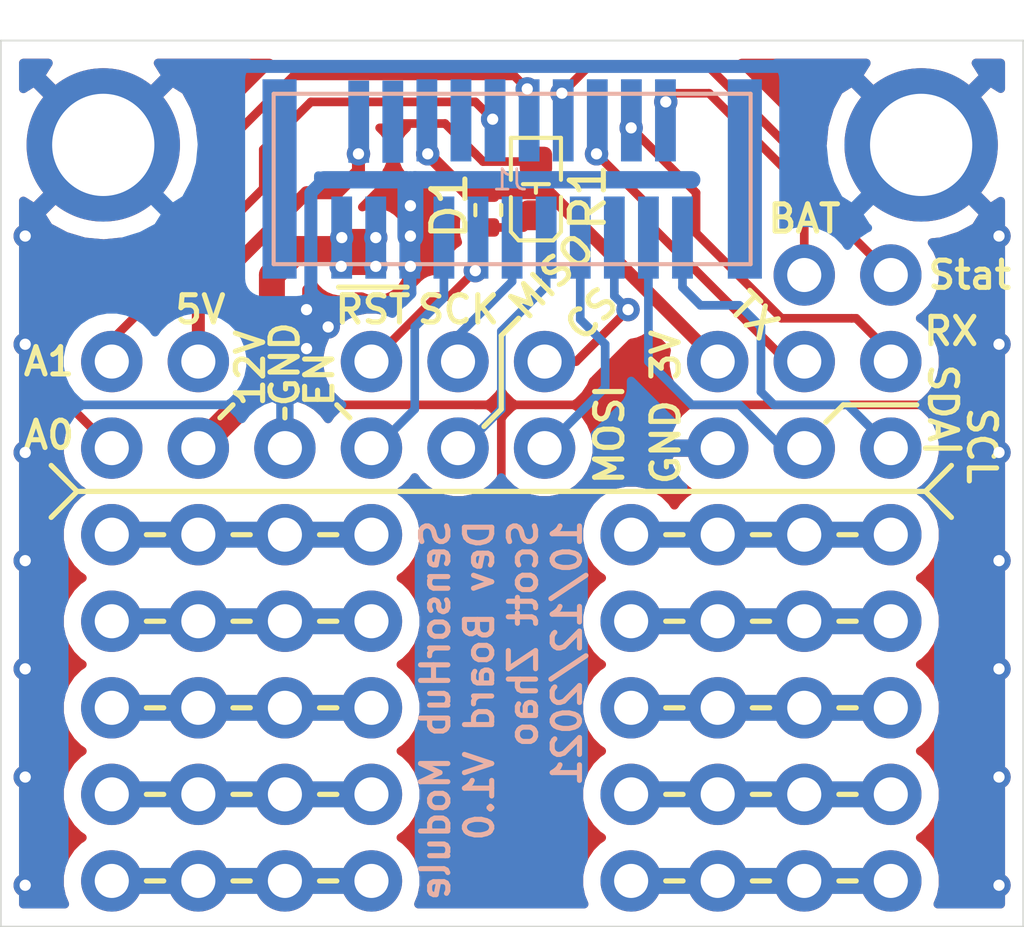
<source format=kicad_pcb>
(kicad_pcb (version 20211014) (generator pcbnew)
  (layers (0 "F.Cu" signal "Front") (31 "B.Cu" signal "Back") (34 "B.Paste" user) (35 "F.Paste" user) (36 "B.SilkS" user "B.Silkscreen") (37 "F.SilkS" user "F.Silkscreen") (38 "B.Mask" user) (39 "F.Mask" user) (44 "Edge.Cuts" user))
  (net 0 "")
  (net 1 "GND")
  (net 2 "/12V")
  (net 3 "/3V3")
  (net 4 "Net-(J2-Pad1)")
  (net 5 "Net-(J3-Pad1)")
  (net 6 "Net-(J4-Pad1)")
  (net 7 "Net-(J5-Pad1)")
  (net 8 "Net-(J6-Pad1)")
  (net 9 "Net-(J7-Pad1)")
  (net 10 "Net-(J8-Pad1)")
  (net 11 "Net-(J9-Pad1)")
  (net 12 "Net-(J10-Pad1)")
  (net 13 "Net-(J11-Pad1)")
  (net 14 "/~{RST}")
  (net 15 "/SCK")
  (net 16 "/MISO")
  (net 17 "/MOSI")
  (net 18 "/CS")
  (net 19 "/SDA")
  (net 20 "/SCL")
  (net 21 "/5V")
  (net 22 "/TX")
  (net 23 "/RX")
  (net 24 "/EN")
  (net 25 "/Status")
  (net 26 "/A0")
  (net 27 "/A1")
  (net 28 "/BAT")
  (net 29 "Net-(R1-Pad2)")
  (footprint "ICSL:M1502-B-2545-AL-TOP" (layer "F.Cu") (at 98.048 66.986)
    (fp_text reference "H1" hide)
    (fp_text value "GND" hide)
    (pad "1" thru_hole circle locked (at -3.048 -2.986) (size 4.5 4.5) (drill 3) (layers *.Cu *.Mask) (net 1 "GND"))
  )
  (footprint "ICSL:M1502-B-2545-AL-TOP" (layer "F.Cu") (at 119 64)
    (fp_text reference "H2" hide)
    (fp_text value "GND" hide)
    (pad "1" thru_hole circle locked (at 0 0) (size 4.5 4.5) (drill 3) (layers *.Cu *.Mask) (net 1 "GND"))
  )
  (footprint "ICSL:PinHeader_1x04_2.54mm_NoSilk" (layer "F.Cu") (at 110.49 75.438 90)
    (fp_text reference "J11" hide)
    (fp_text value "Conn_01x04" hide)
    (pad "1" thru_hole oval locked (at 0 0 90) (size 1.8 1.8) (drill 1) (layers *.Cu *.Mask) (net 13 "Net-(J11-Pad1)"))
    (pad "2" thru_hole oval locked (at 0 2.54 90) (size 1.8 1.8) (drill 1) (layers *.Cu *.Mask) (net 13 "Net-(J11-Pad1)"))
    (pad "3" thru_hole oval locked (at 0 5.08 90) (size 1.8 1.8) (drill 1) (layers *.Cu *.Mask) (net 13 "Net-(J11-Pad1)"))
    (pad "4" thru_hole oval locked (at 0 7.62 90) (size 1.8 1.8) (drill 1) (layers *.Cu *.Mask) (net 13 "Net-(J11-Pad1)"))
  )
  (footprint "ICSL:PinHeader_1x04_2.54mm_NoSilk" (layer "F.Cu") (at 110.49 77.978 90)
    (fp_text reference "J10" hide)
    (fp_text value "Conn_01x04" hide)
    (pad "1" thru_hole oval locked (at 0 0 90) (size 1.8 1.8) (drill 1) (layers *.Cu *.Mask) (net 12 "Net-(J10-Pad1)"))
    (pad "2" thru_hole oval locked (at 0 2.54 90) (size 1.8 1.8) (drill 1) (layers *.Cu *.Mask) (net 12 "Net-(J10-Pad1)"))
    (pad "3" thru_hole oval locked (at 0 5.08 90) (size 1.8 1.8) (drill 1) (layers *.Cu *.Mask) (net 12 "Net-(J10-Pad1)"))
    (pad "4" thru_hole oval locked (at 0 7.62 90) (size 1.8 1.8) (drill 1) (layers *.Cu *.Mask) (net 12 "Net-(J10-Pad1)"))
  )
  (footprint "ICSL:PinHeader_1x04_2.54mm_NoSilk" (layer "F.Cu") (at 110.49 80.518 90)
    (fp_text reference "J9" hide)
    (fp_text value "Conn_01x04" hide)
    (pad "1" thru_hole oval locked (at 0 0 90) (size 1.8 1.8) (drill 1) (layers *.Cu *.Mask) (net 11 "Net-(J9-Pad1)"))
    (pad "2" thru_hole oval locked (at 0 2.54 90) (size 1.8 1.8) (drill 1) (layers *.Cu *.Mask) (net 11 "Net-(J9-Pad1)"))
    (pad "3" thru_hole oval locked (at 0 5.08 90) (size 1.8 1.8) (drill 1) (layers *.Cu *.Mask) (net 11 "Net-(J9-Pad1)"))
    (pad "4" thru_hole oval locked (at 0 7.62 90) (size 1.8 1.8) (drill 1) (layers *.Cu *.Mask) (net 11 "Net-(J9-Pad1)"))
  )
  (footprint "ICSL:PinHeader_1x04_2.54mm_NoSilk" (layer "F.Cu") (at 110.49 83.058 90)
    (fp_text reference "J8" hide)
    (fp_text value "Conn_01x04" hide)
    (pad "1" thru_hole oval locked (at 0 0 90) (size 1.8 1.8) (drill 1) (layers *.Cu *.Mask) (net 10 "Net-(J8-Pad1)"))
    (pad "2" thru_hole oval locked (at 0 2.54 90) (size 1.8 1.8) (drill 1) (layers *.Cu *.Mask) (net 10 "Net-(J8-Pad1)"))
    (pad "3" thru_hole oval locked (at 0 5.08 90) (size 1.8 1.8) (drill 1) (layers *.Cu *.Mask) (net 10 "Net-(J8-Pad1)"))
    (pad "4" thru_hole oval locked (at 0 7.62 90) (size 1.8 1.8) (drill 1) (layers *.Cu *.Mask) (net 10 "Net-(J8-Pad1)"))
  )
  (footprint "ICSL:PinHeader_1x04_2.54mm_NoSilk" (layer "F.Cu") (at 110.49 85.598 90)
    (fp_text reference "J7" hide)
    (fp_text value "Conn_01x04" hide)
    (pad "1" thru_hole oval locked (at 0 0 90) (size 1.8 1.8) (drill 1) (layers *.Cu *.Mask) (net 9 "Net-(J7-Pad1)"))
    (pad "2" thru_hole oval locked (at 0 2.54 90) (size 1.8 1.8) (drill 1) (layers *.Cu *.Mask) (net 9 "Net-(J7-Pad1)"))
    (pad "3" thru_hole oval locked (at 0 5.08 90) (size 1.8 1.8) (drill 1) (layers *.Cu *.Mask) (net 9 "Net-(J7-Pad1)"))
    (pad "4" thru_hole oval locked (at 0 7.62 90) (size 1.8 1.8) (drill 1) (layers *.Cu *.Mask) (net 9 "Net-(J7-Pad1)"))
  )
  (footprint "ICSL:PinHeader_1x04_2.54mm_NoSilk" (layer "F.Cu") (at 95.25 80.518 90)
    (fp_text reference "J4" hide)
    (fp_text value "Conn_01x04" hide)
    (pad "1" thru_hole oval locked (at 0 0 90) (size 1.8 1.8) (drill 1) (layers *.Cu *.Mask) (net 6 "Net-(J4-Pad1)"))
    (pad "2" thru_hole oval locked (at 0 2.54 90) (size 1.8 1.8) (drill 1) (layers *.Cu *.Mask) (net 6 "Net-(J4-Pad1)"))
    (pad "3" thru_hole oval locked (at 0 5.08 90) (size 1.8 1.8) (drill 1) (layers *.Cu *.Mask) (net 6 "Net-(J4-Pad1)"))
    (pad "4" thru_hole oval locked (at 0 7.62 90) (size 1.8 1.8) (drill 1) (layers *.Cu *.Mask) (net 6 "Net-(J4-Pad1)"))
  )
  (footprint "ICSL:PinHeader_1x04_2.54mm_NoSilk" (layer "F.Cu") (at 95.25 83.058 90)
    (fp_text reference "J3" hide)
    (fp_text value "Conn_01x04" hide)
    (pad "1" thru_hole oval locked (at 0 0 90) (size 1.8 1.8) (drill 1) (layers *.Cu *.Mask) (net 5 "Net-(J3-Pad1)"))
    (pad "2" thru_hole oval locked (at 0 2.54 90) (size 1.8 1.8) (drill 1) (layers *.Cu *.Mask) (net 5 "Net-(J3-Pad1)"))
    (pad "3" thru_hole oval locked (at 0 5.08 90) (size 1.8 1.8) (drill 1) (layers *.Cu *.Mask) (net 5 "Net-(J3-Pad1)"))
    (pad "4" thru_hole oval locked (at 0 7.62 90) (size 1.8 1.8) (drill 1) (layers *.Cu *.Mask) (net 5 "Net-(J3-Pad1)"))
  )
  (footprint "ICSL:PinHeader_1x04_2.54mm_NoSilk" (layer "F.Cu") (at 95.25 85.598 90)
    (fp_text reference "J2" hide)
    (fp_text value "Conn_01x04" hide)
    (pad "1" thru_hole oval locked (at 0 0 90) (size 1.8 1.8) (drill 1) (layers *.Cu *.Mask) (net 4 "Net-(J2-Pad1)"))
    (pad "2" thru_hole oval locked (at 0 2.54 90) (size 1.8 1.8) (drill 1) (layers *.Cu *.Mask) (net 4 "Net-(J2-Pad1)"))
    (pad "3" thru_hole oval locked (at 0 5.08 90) (size 1.8 1.8) (drill 1) (layers *.Cu *.Mask) (net 4 "Net-(J2-Pad1)"))
    (pad "4" thru_hole oval locked (at 0 7.62 90) (size 1.8 1.8) (drill 1) (layers *.Cu *.Mask) (net 4 "Net-(J2-Pad1)"))
  )
  (footprint "ICSL:PinHeader_1x04_2.54mm_NoSilk" (layer "F.Cu") (at 95.25 77.978 90)
    (fp_text reference "J5" hide)
    (fp_text value "Conn_01x04" hide)
    (pad "1" thru_hole oval locked (at 0 0 90) (size 1.8 1.8) (drill 1) (layers *.Cu *.Mask) (net 7 "Net-(J5-Pad1)"))
    (pad "2" thru_hole oval locked (at 0 2.54 90) (size 1.8 1.8) (drill 1) (layers *.Cu *.Mask) (net 7 "Net-(J5-Pad1)"))
    (pad "3" thru_hole oval locked (at 0 5.08 90) (size 1.8 1.8) (drill 1) (layers *.Cu *.Mask) (net 7 "Net-(J5-Pad1)"))
    (pad "4" thru_hole oval locked (at 0 7.62 90) (size 1.8 1.8) (drill 1) (layers *.Cu *.Mask) (net 7 "Net-(J5-Pad1)"))
  )
  (footprint "ICSL:PinHeader_1x04_2.54mm_NoSilk" (layer "F.Cu") (at 95.25 75.438 90)
    (fp_text reference "J6" hide)
    (fp_text value "Conn_01x04" hide)
    (pad "1" thru_hole oval locked (at 0 0 90) (size 1.8 1.8) (drill 1) (layers *.Cu *.Mask) (net 8 "Net-(J6-Pad1)"))
    (pad "2" thru_hole oval locked (at 0 2.54 90) (size 1.8 1.8) (drill 1) (layers *.Cu *.Mask) (net 8 "Net-(J6-Pad1)"))
    (pad "3" thru_hole oval locked (at 0 5.08 90) (size 1.8 1.8) (drill 1) (layers *.Cu *.Mask) (net 8 "Net-(J6-Pad1)"))
    (pad "4" thru_hole oval locked (at 0 7.62 90) (size 1.8 1.8) (drill 1) (layers *.Cu *.Mask) (net 8 "Net-(J6-Pad1)"))
  )
  (footprint "ICSL:PinHeader_1x01_NoSilk" (layer "F.Cu") (at 97.79 72.898)
    (fp_text reference "J24" hide)
    (fp_text value "Conn_01x01" hide)
    (pad "1" thru_hole oval locked (at 0 0) (size 1.8 1.8) (drill 1) (layers *.Cu *.Mask) (net 2 "/12V"))
  )
  (footprint "ICSL:PinHeader_1x01_NoSilk" (layer "F.Cu") (at 100.33 72.898)
    (fp_text reference "J25" hide)
    (fp_text value "Conn_01x01" hide)
    (pad "1" thru_hole oval locked (at 0 0) (size 1.8 1.8) (drill 1) (layers *.Cu *.Mask) (net 1 "GND"))
  )
  (footprint "ICSL:PinHeader_1x01_NoSilk" (layer "F.Cu") (at 95.25 70.358)
    (fp_text reference "J27" hide)
    (fp_text value "Conn_01x01" hide)
    (pad "1" thru_hole oval locked (at 0 0) (size 1.8 1.8) (drill 1) (layers *.Cu *.Mask) (net 27 "/A1"))
  )
  (footprint "ICSL:PinHeader_1x01_NoSilk" (layer "F.Cu") (at 102.87 70.358)
    (fp_text reference "J28" hide)
    (fp_text value "Conn_01x01" hide)
    (pad "1" thru_hole oval locked (at 0 0) (size 1.8 1.8) (drill 1) (layers *.Cu *.Mask) (net 14 "/~{RST}"))
  )
  (footprint "ICSL:PinHeader_1x01_NoSilk" (layer "F.Cu") (at 97.79 70.358)
    (fp_text reference "J29" hide)
    (fp_text value "Conn_01x01" hide)
    (pad "1" thru_hole oval locked (at 0 0) (size 1.8 1.8) (drill 1) (layers *.Cu *.Mask) (net 21 "/5V"))
  )
  (footprint "ICSL:PinHeader_1x01_NoSilk" (layer "F.Cu") (at 102.87 72.898)
    (fp_text reference "J32" hide)
    (fp_text value "Conn_01x01" hide)
    (pad "1" thru_hole oval locked (at 0 0) (size 1.8 1.8) (drill 1) (layers *.Cu *.Mask) (net 24 "/EN"))
  )
  (footprint "ICSL:PinHeader_1x01_NoSilk" (layer "F.Cu") (at 115.57 72.898)
    (fp_text reference "J13" hide)
    (fp_text value "Conn_01x01" hide)
    (pad "1" thru_hole oval locked (at 0 0) (size 1.8 1.8) (drill 1) (layers *.Cu *.Mask) (net 19 "/SDA"))
  )
  (footprint "ICSL:PinHeader_1x01_NoSilk" (layer "F.Cu") (at 113.03 70.358)
    (fp_text reference "J14" hide)
    (fp_text value "Conn_01x01" hide)
    (pad "1" thru_hole oval locked (at 0 0) (size 1.8 1.8) (drill 1) (layers *.Cu *.Mask) (net 3 "/3V3"))
  )
  (footprint "ICSL:PinHeader_1x01_NoSilk" (layer "F.Cu") (at 113.03 72.898)
    (fp_text reference "J15" hide)
    (fp_text value "Conn_01x01" hide)
    (pad "1" thru_hole oval locked (at 0 0) (size 1.8 1.8) (drill 1) (layers *.Cu *.Mask) (net 1 "GND"))
  )
  (footprint "ICSL:PinHeader_1x01_NoSilk" (layer "F.Cu") (at 105.41 70.358)
    (fp_text reference "J16" hide)
    (fp_text value "Conn_01x01" hide)
    (pad "1" thru_hole oval locked (at 0 0) (size 1.8 1.8) (drill 1) (layers *.Cu *.Mask) (net 15 "/SCK"))
  )
  (footprint "ICSL:PinHeader_1x01_NoSilk" (layer "F.Cu") (at 105.41 72.898)
    (fp_text reference "J18" hide)
    (fp_text value "Conn_01x01" hide)
    (pad "1" thru_hole oval locked (at 0 0) (size 1.8 1.8) (drill 1) (layers *.Cu *.Mask) (net 16 "/MISO"))
  )
  (footprint "ICSL:PinHeader_1x01_NoSilk" (layer "F.Cu") (at 107.95 72.898)
    (fp_text reference "J19" hide)
    (fp_text value "Conn_01x01" hide)
    (pad "1" thru_hole oval locked (at 0 0) (size 1.8 1.8) (drill 1) (layers *.Cu *.Mask) (net 17 "/MOSI"))
  )
  (footprint "ICSL:PinHeader_1x01_NoSilk" (layer "F.Cu") (at 107.95 70.358)
    (fp_text reference "J17" hide)
    (fp_text value "Conn_01x01" hide)
    (pad "1" thru_hole oval locked (at 0 0) (size 1.8 1.8) (drill 1) (layers *.Cu *.Mask) (net 18 "/CS"))
  )
  (footprint "ICSL:PinHeader_1x01_NoSilk" (layer "F.Cu") (at 118.11 70.358 180)
    (fp_text reference "J22" hide)
    (fp_text value "Conn_01x01" hide)
    (pad "1" thru_hole oval locked (at 0 0 180) (size 1.8 1.8) (drill 1) (layers *.Cu *.Mask) (net 23 "/RX"))
  )
  (footprint "ICSL:PinHeader_1x01_NoSilk" (layer "F.Cu") (at 118.11 67.818)
    (fp_text reference "J31" hide)
    (fp_text value "Conn_01x01" hide)
    (pad "1" thru_hole oval locked (at 0 0) (size 1.8 1.8) (drill 1) (layers *.Cu *.Mask) (net 25 "/Status"))
  )
  (footprint "ICSL:PinHeader_1x01_NoSilk" (layer "F.Cu") (at 95.25 72.898)
    (fp_text reference "J26" hide)
    (fp_text value "Conn_01x01" hide)
    (pad "1" thru_hole oval locked (at 0 0) (size 1.8 1.8) (drill 1) (layers *.Cu *.Mask) (net 26 "/A0"))
  )
  (footprint "ICSL:PinHeader_1x01_NoSilk" (layer "F.Cu") (at 115.57 70.358)
    (fp_text reference "J21" hide)
    (fp_text value "Conn_01x01" hide)
    (pad "1" thru_hole oval locked (at 0 0) (size 1.8 1.8) (drill 1) (layers *.Cu *.Mask) (net 22 "/TX"))
  )
  (footprint "ICSL:PinHeader_1x01_NoSilk" (layer "F.Cu") (at 115.57 67.818)
    (fp_text reference "J30" hide)
    (fp_text value "Conn_01x01" hide)
    (pad "1" thru_hole oval locked (at 0 0) (size 1.8 1.8) (drill 1) (layers *.Cu *.Mask) (net 28 "/BAT"))
  )
  (footprint "ICSL:PinHeader_1x01_NoSilk" (layer "F.Cu") (at 118.11 72.898)
    (fp_text reference "J12" hide)
    (fp_text value "Conn_01x01" hide)
    (pad "1" thru_hole oval locked (at 0 0) (size 1.8 1.8) (drill 1) (layers *.Cu *.Mask) (net 20 "/SCL"))
  )
  (footprint "Resistor_SMD:R_0402_1005Metric" (layer "F.Cu") (at 106.299 65.913 -90)
    (fp_text reference "R1" (at -0.381 -2.921 -90) (layer "F.SilkS"))
    (fp_text value "10k")
    (fp_line (start -0.153641 -0.38) (end 0.153641 -0.38) (layer "F.SilkS") (width 0.12))
    (fp_line (start -0.153641 0.38) (end 0.153641 0.38) (layer "F.SilkS") (width 0.12))
    (pad "1" smd roundrect locked (at -0.51 0 270) (size 0.54 0.64) (layers "F.Cu" "F.Paste" "F.Mask") (net 3 "/3V3"))
    (pad "2" smd roundrect locked (at 0.51 0 270) (size 0.54 0.64) (layers "F.Cu" "F.Paste" "F.Mask") (net 29 "Net-(R1-Pad2)"))
  )
  (footprint "jlcsmt:LED_0603_1608Metric" (layer "F.Cu") (at 107.696 65.278 90)
    (fp_text reference "D1" (at -0.508 -2.54 90) (layer "F.SilkS"))
    (fp_text value "LED_0603_Red")
    (fp_line (start 1.485 -0.735) (end 0.254 -0.735) (layer "F.SilkS") (width 0.12))
    (fp_line (start 0.254 0.735) (end 1.485 0.735) (layer "F.SilkS") (width 0.12))
    (fp_line (start -1.27 0.735) (end -0.254 0.735) (layer "F.SilkS") (width 0.12))
    (fp_line (start -1.524 -0.508) (end -1.27 -0.735) (layer "F.SilkS") (width 0.12))
    (fp_line (start -1.27 0.735) (end -1.524 0.508) (layer "F.SilkS") (width 0.12))
    (fp_line (start 1.485 0.735) (end 1.485 -0.735) (layer "F.SilkS") (width 0.12))
    (fp_line (start 0.127 -0.381) (end 0.127 0.381) (layer "F.SilkS") (width 0.12))
    (fp_line (start -1.524 0.508) (end -1.524 -0.508) (layer "F.SilkS") (width 0.12))
    (fp_line (start -0.254 -0.735) (end -1.27 -0.735) (layer "F.SilkS") (width 0.12))
    (fp_line (start 0.127 0) (end -0.127 0) (layer "F.SilkS") (width 0.12))
    (pad "1" smd roundrect (at 0.7875 0 270) (size 0.875 0.95) (layers "F.Cu" "F.Paste" "F.Mask") (net 1 "GND"))
    (pad "2" smd roundrect (at -0.7875 0 270) (size 0.875 0.95) (layers "F.Cu" "F.Paste" "F.Mask") (net 29 "Net-(R1-Pad2)"))
  )
  (footprint "ICSL:Amphenol_91911-31321LF_PLUG" (layer "B.Cu") (at 107 65 180)
    (fp_text reference "J1" (at 0.066 -0.024) (layer "B.SilkS") (effects (font (size 0.6 0.6) (thickness 0.08)) (justify mirror)))
    (fp_text value "SensorHub_Module_CONN_V1" hide)
    (fp_line (start -6.9965 2.5) (end -6.9965 -2.5) (layer "B.SilkS") (width 0.12))
    (fp_line (start 7 2.5) (end -6.9965 2.5) (layer "B.SilkS") (width 0.12))
    (fp_line (start 7 -2.5) (end 7 2.5) (layer "B.SilkS") (width 0.12))
    (fp_line (start -6.9965 -2.5) (end 7 -2.5) (layer "B.SilkS") (width 0.12))
    (pad "" np_thru_hole circle locked (at -5.5245 1.1 180) (size 0.76 0.76) (drill 0.76) (layers *.Cu *.Mask))
    (pad "" smd rect locked (at 6.8265 0 180) (size 1 5.85) (layers "B.Cu" "B.Paste" "B.Mask"))
    (pad "" np_thru_hole circle locked (at 5.5245 1.1 180) (size 0.76 0.76) (drill 0.76) (layers *.Cu *.Mask))
    (pad "" smd rect locked (at -6.8265 0 180) (size 1 5.85) (layers "B.Cu" "B.Paste" "B.Mask"))
    (pad "1" smd rect locked (at 5.0035 -1.72 180) (size 0.61 2.41) (layers "B.Cu" "B.Paste" "B.Mask") (net 2 "/12V"))
    (pad "2" smd rect locked (at 4.0035 -1.72 180) (size 0.61 2.41) (layers "B.Cu" "B.Paste" "B.Mask") (net 2 "/12V"))
    (pad "3" smd rect locked (at 3.0035 -1.72 180) (size 0.61 2.41) (layers "B.Cu" "B.Paste" "B.Mask") (net 1 "GND"))
    (pad "4" smd rect locked (at 2.0035 -1.72 180) (size 0.61 2.41) (layers "B.Cu" "B.Paste" "B.Mask") (net 24 "/EN"))
    (pad "5" smd rect locked (at 1.0035 -1.72 180) (size 0.61 2.41) (layers "B.Cu" "B.Paste" "B.Mask") (net 14 "/~{RST}"))
    (pad "6" smd rect locked (at 0.0035 -1.72 180) (size 0.61 2.41) (layers "B.Cu" "B.Paste" "B.Mask") (net 15 "/SCK"))
    (pad "7" smd rect locked (at -0.9965 -1.72 180) (size 0.61 2.41) (layers "B.Cu" "B.Paste" "B.Mask") (net 16 "/MISO"))
    (pad "8" smd rect locked (at -1.9965 -1.72 180) (size 0.61 2.41) (layers "B.Cu" "B.Paste" "B.Mask") (net 17 "/MOSI"))
    (pad "9" smd rect locked (at -2.9965 -1.72 180) (size 0.61 2.41) (layers "B.Cu" "B.Paste" "B.Mask") (net 18 "/CS"))
    (pad "10" smd rect locked (at -3.9965 -1.72 180) (size 0.61 2.41) (layers "B.Cu" "B.Paste" "B.Mask") (net 19 "/SDA"))
    (pad "11" smd rect locked (at -4.9965 -1.72 180) (size 0.61 2.41) (layers "B.Cu" "B.Paste" "B.Mask") (net 20 "/SCL"))
    (pad "12" smd rect locked (at -4.4965 1.72 180) (size 0.61 2.41) (layers "B.Cu" "B.Paste" "B.Mask") (net 28 "/BAT"))
    (pad "13" smd rect locked (at -3.4965 1.72 180) (size 0.61 2.41) (layers "B.Cu" "B.Paste" "B.Mask") (net 23 "/RX"))
    (pad "14" smd rect locked (at -2.4965 1.72 180) (size 0.61 2.41) (layers "B.Cu" "B.Paste" "B.Mask") (net 22 "/TX"))
    (pad "15" smd rect locked (at -1.4965 1.72 180) (size 0.61 2.41) (layers "B.Cu" "B.Paste" "B.Mask") (net 25 "/Status"))
    (pad "16" smd rect locked (at -0.4965 1.72 180) (size 0.61 2.41) (layers "B.Cu" "B.Paste" "B.Mask") (net 26 "/A0"))
    (pad "17" smd rect locked (at 0.5035 1.72 180) (size 0.61 2.41) (layers "B.Cu" "B.Paste" "B.Mask") (net 27 "/A1"))
    (pad "18" smd rect locked (at 1.5035 1.72 180) (size 0.61 2.41) (layers "B.Cu" "B.Paste" "B.Mask"))
    (pad "19" smd rect locked (at 2.5035 1.72 180) (size 0.61 2.41) (layers "B.Cu" "B.Paste" "B.Mask") (net 3 "/3V3"))
    (pad "20" smd rect locked (at 3.5035 1.68 180) (size 0.61 2.41) (layers "B.Cu" "B.Paste" "B.Mask"))
    (pad "21" smd rect locked (at 4.5035 1.68 180) (size 0.61 2.41) (layers "B.Cu" "B.Paste" "B.Mask") (net 21 "/5V"))
  )
  (gr_line (start 116.586 85.598) (end 117.094 85.598) (layer "F.SilkS") (width 0.1524))
  (gr_line (start 98.806 71.628) (end 98.425 72.009) (layer "F.SilkS") (width 0.1524))
  (gr_line (start 94.234 74.168) (end 119.126 74.168) (layer "F.SilkS") (width 0.1524))
  (gr_line (start 100.33 72.009) (end 100.33 71.755) (layer "F.SilkS") (width 0.1524))
  (gr_line (start 116.586 77.978) (end 117.094 77.978) (layer "F.SilkS") (width 0.1524))
  (gr_line (start 114.046 85.598) (end 114.554 85.598) (layer "F.SilkS") (width 0.1524))
  (gr_line (start 94.234 74.168) (end 93.472 74.93) (layer "F.SilkS") (width 0.1524))
  (gr_line (start 96.266 77.978) (end 96.774 77.978) (layer "F.SilkS") (width 0.1524))
  (gr_line (start 98.806 80.518) (end 99.314 80.518) (layer "F.SilkS") (width 0.1524))
  (gr_line (start 94.234 74.168) (end 93.472 73.406) (layer "F.SilkS") (width 0.1524))
  (gr_line (start 111.506 85.598) (end 112.014 85.598) (layer "F.SilkS") (width 0.1524))
  (gr_line (start 98.806 83.058) (end 99.314 83.058) (layer "F.SilkS") (width 0.1524))
  (gr_line (start 96.266 83.058) (end 96.774 83.058) (layer "F.SilkS") (width 0.1524))
  (gr_line (start 116.586 75.438) (end 117.094 75.438) (layer "F.SilkS") (width 0.1524))
  (gr_line (start 116.586 83.058) (end 117.094 83.058) (layer "F.SilkS") (width 0.1524))
  (gr_line (start 101.346 85.598) (end 101.854 85.598) (layer "F.SilkS") (width 0.1524))
  (gr_line (start 101.346 83.058) (end 101.854 83.058) (layer "F.SilkS") (width 0.1524))
  (gr_line (start 98.806 77.978) (end 99.314 77.978) (layer "F.SilkS") (width 0.1524))
  (gr_line (start 96.266 75.438) (end 96.774 75.438) (layer "F.SilkS") (width 0.1524))
  (gr_line (start 98.806 85.598) (end 99.314 85.598) (layer "F.SilkS") (width 0.1524))
  (gr_line (start 111.506 80.518) (end 112.014 80.518) (layer "F.SilkS") (width 0.1524))
  (gr_line (start 114.046 83.058) (end 114.554 83.058) (layer "F.SilkS") (width 0.1524))
  (gr_line (start 111.506 83.058) (end 112.014 83.058) (layer "F.SilkS") (width 0.1524))
  (gr_line (start 98.806 75.438) (end 99.314 75.438) (layer "F.SilkS") (width 0.1524))
  (gr_line (start 106.68 69.596) (end 107.188 69.088) (layer "F.SilkS") (width 0.1524))
  (gr_line (start 101.346 75.438) (end 101.854 75.438) (layer "F.SilkS") (width 0.1524))
  (gr_line (start 96.266 85.598) (end 96.774 85.598) (layer "F.SilkS") (width 0.1524))
  (gr_line (start 118.872 71.628) (end 116.713 71.628) (layer "F.SilkS") (width 0.1524))
  (gr_line (start 114.046 80.518) (end 114.554 80.518) (layer "F.SilkS") (width 0.1524))
  (gr_line (start 114.046 77.978) (end 114.554 77.978) (layer "F.SilkS") (width 0.1524))
  (gr_line (start 116.713 71.628) (end 116.205 72.136) (layer "F.SilkS") (width 0.1524))
  (gr_line (start 111.506 75.438) (end 112.014 75.438) (layer "F.SilkS") (width 0.1524))
  (gr_line (start 116.586 80.518) (end 117.094 80.518) (layer "F.SilkS") (width 0.1524))
  (gr_line (start 101.346 80.518) (end 101.854 80.518) (layer "F.SilkS") (width 0.1524))
  (gr_line (start 119.126 74.168) (end 119.888 73.406) (layer "F.SilkS") (width 0.1524))
  (gr_line (start 101.346 77.978) (end 101.854 77.978) (layer "F.SilkS") (width 0.1524))
  (gr_line (start 102.235 72.009) (end 101.854 71.628) (layer "F.SilkS") (width 0.1524))
  (gr_line (start 114.046 75.438) (end 114.554 75.438) (layer "F.SilkS") (width 0.1524))
  (gr_line (start 111.506 77.978) (end 112.014 77.978) (layer "F.SilkS") (width 0.1524))
  (gr_line (start 119.126 74.168) (end 119.888 74.93) (layer "F.SilkS") (width 0.1524))
  (gr_line (start 106.68 71.755) (end 106.68 69.596) (layer "F.SilkS") (width 0.1524))
  (gr_line (start 96.266 80.518) (end 96.774 80.518) (layer "F.SilkS") (width 0.1524))
  (gr_line (start 119.126 72.898) (end 120.142 72.898) (layer "F.SilkS") (width 0.1524))
  (gr_line (start 106.172 72.263) (end 106.68 71.755) (layer "F.SilkS") (width 0.1524))
  (gr_line (start 121.995 60.938) (end 91.995 60.938) (layer "Edge.Cuts") (width 0.05))
  (gr_line (start 91.995 60.938) (end 91.995 86.938) (layer "Edge.Cuts") (width 0.05))
  (gr_line (start 91.995 86.938) (end 121.995 86.938) (layer "Edge.Cuts") (width 0.05))
  (gr_line (start 121.995 86.938) (end 121.995 60.938) (layer "Edge.Cuts") (width 0.05))
  (gr_text "SensorHub Module\nDev Board V1.0\nScott Zhao\n10/12/2021" (at 106.68 74.93 90) (layer "B.SilkS") (effects (font (size 0.8 0.8)) (justify left mirror)))
  (gr_text "SCL" (at 120.777 71.628 -90) (layer "F.SilkS") (effects (font (size 0.8 0.8)) (justify left)))
  (gr_text "GND 3V" (at 111.506 74.041 90) (layer "F.SilkS") (effects (font (size 0.8 0.8)) (justify left)))
  (gr_text "SDA" (at 119.634 70.358 -90) (layer "F.SilkS") (effects (font (size 0.8 0.8)) (justify left)))
  (gr_text "MOSI" (at 109.855 74.041 90) (layer "F.SilkS") (effects (font (size 0.8 0.8)) (justify left)))
  (gr_text "12V" (at 99.314 71.755 90) (layer "F.SilkS") (effects (font (size 0.8 0.8)) (justify left)))
  (gr_text "EN" (at 101.346 71.755 90) (layer "F.SilkS") (effects (font (size 0.8 0.8)) (justify left)))
  (gr_text "5V" (at 97.028 68.834) (layer "F.SilkS") (effects (font (size 0.8 0.8)) (justify left)))
  (gr_text "Stat" (at 119.126 67.818) (layer "F.SilkS") (effects (font (size 0.8 0.8)) (justify left)))
  (gr_text "BAT" (at 114.427 66.167) (layer "F.SilkS") (effects (font (size 0.8 0.8)) (justify left)))
  (gr_text "~{RST}" (at 101.727 68.834) (layer "F.SilkS") (effects (font (size 0.8 0.8)) (justify left)))
  (gr_text "TX" (at 113.538 68.453 -45) (layer "F.SilkS") (effects (font (size 0.8 0.8)) (justify left)))
  (gr_text "SCK" (at 104.14 68.834) (layer "F.SilkS") (effects (font (size 0.8 0.8)) (justify left)))
  (gr_text "A0" (at 92.583 72.517) (layer "F.SilkS") (effects (font (size 0.8 0.8)) (justify left)))
  (gr_text "GND" (at 100.33 71.755 90) (layer "F.SilkS") (effects (font (size 0.8 0.8)) (justify left)))
  (gr_text "CS" (at 108.712 69.596 45) (layer "F.SilkS") (effects (font (size 0.8 0.8)) (justify left)))
  (gr_text "MISO" (at 107.061 68.961 45) (layer "F.SilkS") (effects (font (size 0.8 0.8)) (justify left)))
  (gr_text "RX" (at 118.999 69.469) (layer "F.SilkS") (effects (font (size 0.8 0.8)) (justify left)))
  (gr_text "A1" (at 92.583 70.358) (layer "F.SilkS") (effects (font (size 0.8 0.8)) (justify left)))
  (segment (start 106.68 71.882) (end 106.426 71.628) (width 0.254) (layer "F.Cu") (net 1))
  (segment (start 110.998 71.628) (end 120.269 71.628) (width 0.254) (layer "F.Cu") (net 1))
  (segment (start 105.029 63.373) (end 103.759 63.373) (width 0.254) (layer "F.Cu") (net 1))
  (segment (start 106.426 71.628) (end 105.918 71.628) (width 0.254) (layer "F.Cu") (net 1))
  (segment (start 107.696 64.4905) (end 106.1465 64.4905) (width 0.254) (layer "F.Cu") (net 1))
  (segment (start 110.744 71.628) (end 110.998 71.628) (width 0.254) (layer "F.Cu") (net 1))
  (segment (start 101.6 71.628) (end 101.346 71.374) (width 0.254) (layer "F.Cu") (net 1))
  (segment (start 105.918 64.262) (end 105.029 63.373) (width 0.254) (layer "F.Cu") (net 1))
  (segment (start 105.918 71.628) (end 110.998 71.628) (width 0.254) (layer "F.Cu") (net 1))
  (segment (start 106.1465 64.4905) (end 105.918 64.262) (width 0.254) (layer "F.Cu") (net 1))
  (segment (start 103.759 63.373) (end 103.505 63.627) (width 0.254) (layer "F.Cu") (net 1))
  (segment (start 105.918 71.628) (end 101.6 71.628) (width 0.254) (layer "F.Cu") (net 1))
  (segment (start 117.5 62.5) (end 119 64) (width 0.2032) (layer "F.Cu") (net 1))
  (segment (start 106.68 74.549) (end 106.68 71.882) (width 0.254) (layer "F.Cu") (net 1))
  (via (at 121.285 76.2) (size 0.6858) (drill 0.3302) (layers "F.Cu" "B.Cu") (net 1))
  (via (at 121.285 82.55) (size 0.6858) (drill 0.3302) (layers "F.Cu" "B.Cu") (net 1))
  (via (at 92.71 76.2) (size 0.6858) (drill 0.3302) (layers "F.Cu" "B.Cu") (net 1))
  (via (at 100.965 68.834) (size 0.6858) (drill 0.3302) (layers "F.Cu" "B.Cu") (net 1))
  (via (at 101.6 69.342) (size 0.6858) (drill 0.3302) (layers "F.Cu" "B.Cu") (net 1))
  (via (at 92.71 69.85) (size 0.6858) (drill 0.3302) (layers "F.Cu" "B.Cu") (net 1))
  (via (at 121.285 73.025) (size 0.6858) (drill 0.3302) (layers "F.Cu" "B.Cu") (net 1))
  (via (at 104.013 65.786) (size 0.6858) (drill 0.3302) (layers "F.Cu" "B.Cu") (net 1))
  (via (at 104.013 67.564) (size 0.6858) (drill 0.3302) (layers "F.Cu" "B.Cu") (net 1))
  (via (at 121.285 85.725) (size 0.6858) (drill 0.3302) (layers "F.Cu" "B.Cu") (net 1))
  (via (at 92.71 73.025) (size 0.6858) (drill 0.3302) (layers "F.Cu" "B.Cu") (net 1))
  (via (at 121.285 66.675) (size 0.6858) (drill 0.3302) (layers "F.Cu" "B.Cu") (net 1))
  (via (at 92.71 66.675) (size 0.6858) (drill 0.3302) (layers "F.Cu" "B.Cu") (net 1))
  (via (at 121.285 69.85) (size 0.6858) (drill 0.3302) (layers "F.Cu" "B.Cu") (net 1))
  (via (at 92.71 85.725) (size 0.6858) (drill 0.3302) (layers "F.Cu" "B.Cu") (net 1))
  (via (at 121.285 79.375) (size 0.6858) (drill 0.3302) (layers "F.Cu" "B.Cu") (net 1))
  (via (at 100.965 69.977) (size 0.6858) (drill 0.3302) (layers "F.Cu" "B.Cu") (net 1))
  (via (at 92.71 79.375) (size 0.6858) (drill 0.3302) (layers "F.Cu" "B.Cu") (net 1))
  (via (at 92.71 82.55) (size 0.6858) (drill 0.3302) (layers "F.Cu" "B.Cu") (net 1))
  (via (at 104.013 66.675) (size 0.6858) (drill 0.3302) (layers "F.Cu" "B.Cu") (net 1))
  (segment (start 116.696599 61.696599) (end 119 64) (width 0.381) (layer "B.Cu") (net 1))
  (segment (start 101.092 65.405) (end 101.092 68.707) (width 0.381) (layer "B.Cu") (net 1))
  (segment (start 103.9965 66.72) (end 103.9965 68.3425) (width 0.381) (layer "B.Cu") (net 1))
  (segment (start 101.473 65.024) (end 101.092 65.405) (width 0.381) (layer "B.Cu") (net 1))
  (segment (start 104.14 65.024) (end 112.268 65.024) (width 0.508) (layer "B.Cu") (net 1))
  (segment (start 104.013 66.675) (end 104.013 65.151) (width 0.762) (layer "B.Cu") (net 1))
  (segment (start 97.303401 61.696599) (end 116.696599 61.696599) (width 0.381) (layer "B.Cu") (net 1))
  (segment (start 103.886 65.024) (end 101.473 65.024) (width 0.508) (layer "B.Cu") (net 1))
  (segment (start 95 64) (end 97.303401 61.696599) (width 0.381) (layer "B.Cu") (net 1))
  (segment (start 93.472 71.628) (end 99.187 71.628) (width 0.254) (layer "B.Cu") (net 1))
  (segment (start 101.092 68.707) (end 100.965 68.834) (width 0.381) (layer "B.Cu") (net 1))
  (segment (start 103.9965 68.3425) (end 103.759 68.58) (width 0.381) (layer "B.Cu") (net 1))
  (segment (start 104.013 65.151) (end 103.886 65.024) (width 0.508) (layer "B.Cu") (net 1))
  (segment (start 104.013 65.151) (end 104.14 65.024) (width 0.508) (layer "B.Cu") (net 1))
  (segment (start 101.9995 67.5455) (end 101.981 67.564) (width 0.508) (layer "F.Cu") (net 2))
  (segment (start 101.9995 66.72) (end 101.9995 67.5455) (width 0.508) (layer "F.Cu") (net 2))
  (segment (start 102.8435 67.564) (end 101.9995 66.72) (width 0.508) (layer "F.Cu") (net 2))
  (segment (start 102.997 66.7205) (end 102.9965 66.72) (width 0.508) (layer "F.Cu") (net 2))
  (segment (start 102.489 67.056) (end 100.711 67.056) (width 0.762) (layer "F.Cu") (net 2))
  (segment (start 97.79 72.898) (end 99.949 70.739) (width 0.762) (layer "F.Cu") (net 2))
  (segment (start 102.997 67.564) (end 101.981 67.564) (width 0.508) (layer "F.Cu") (net 2))
  (segment (start 102.489 67.056) (end 101.981 67.564) (width 0.508) (layer "F.Cu") (net 2))
  (segment (start 102.9965 66.72) (end 101.9995 66.72) (width 0.508) (layer "F.Cu") (net 2))
  (segment (start 99.949 67.818) (end 99.949 70.739) (width 0.762) (layer "F.Cu") (net 2))
  (segment (start 100.711 67.056) (end 99.949 67.818) (width 0.762) (layer "F.Cu") (net 2))
  (segment (start 102.997 67.564) (end 102.997 66.7205) (width 0.508) (layer "F.Cu") (net 2))
  (segment (start 102.825 66.72) (end 102.489 67.056) (width 0.508) (layer "F.Cu") (net 2))
  (segment (start 102.9965 66.72) (end 102.825 66.72) (width 0.508) (layer "F.Cu") (net 2))
  (segment (start 102.997 67.564) (end 102.8435 67.564) (width 0.508) (layer "F.Cu") (net 2))
  (via (at 101.9995 66.72) (size 0.6858) (drill 0.3302) (layers "F.Cu" "B.Cu") (net 2))
  (via (at 101.981 67.564) (size 0.6858) (drill 0.3302) (layers "F.Cu" "B.Cu") (net 2))
  (via (at 102.9965 66.72) (size 0.6858) (drill 0.3302) (layers "F.Cu" "B.Cu") (net 2))
  (via (at 102.997 67.564) (size 0.6858) (drill 0.3302) (layers "F.Cu" "B.Cu") (net 2))
  (segment (start 101.9995 66.72) (end 101.9965 66.72) (width 0.4064) (layer "B.Cu") (net 2))
  (segment (start 102.9965 66.72) (end 102.9965 66.72) (width 0.4064) (layer "B.Cu") (net 2))
  (segment (start 105.664 65.405) (end 108.077 65.405) (width 0.381) (layer "F.Cu") (net 3))
  (segment (start 108.077 65.405) (end 110.617 67.945) (width 0.381) (layer "F.Cu") (net 3))
  (segment (start 104.521 64.262) (end 105.664 65.405) (width 0.381) (layer "F.Cu") (net 3))
  (segment (start 110.617 67.945) (end 113.03 70.358) (width 0.381) (layer "F.Cu") (net 3))
  (via (at 104.521 64.262) (size 0.6858) (drill 0.3302) (layers "F.Cu" "B.Cu") (net 3))
  (segment (start 104.4965 63.28) (end 104.4965 64.2375) (width 0.381) (layer "B.Cu") (net 3))
  (segment (start 104.4965 63.28) (end 104.4965 63.3485) (width 0.127) (layer "B.Cu") (net 3))
  (segment (start 104.4965 63.3485) (end 104.521 63.373) (width 0.127) (layer "B.Cu") (net 3))
  (segment (start 104.4965 64.2375) (end 104.521 64.262) (width 0.381) (layer "B.Cu") (net 3))
  (segment (start 97.79 85.598) (end 95.25 85.598) (width 0.762) (layer "B.Cu") (net 4))
  (segment (start 100.33 85.598) (end 97.79 85.598) (width 0.762) (layer "B.Cu") (net 4))
  (segment (start 102.87 85.598) (end 100.33 85.598) (width 0.762) (layer "B.Cu") (net 4))
  (segment (start 100.33 83.058) (end 102.87 83.058) (width 0.762) (layer "B.Cu") (net 5))
  (segment (start 97.79 83.058) (end 100.33 83.058) (width 0.762) (layer "B.Cu") (net 5))
  (segment (start 95.25 83.058) (end 97.79 83.058) (width 0.762) (layer "B.Cu") (net 5))
  (segment (start 100.33 80.518) (end 102.87 80.518) (width 0.762) (layer "B.Cu") (net 6))
  (segment (start 97.79 80.518) (end 100.33 80.518) (width 0.762) (layer "B.Cu") (net 6))
  (segment (start 95.25 80.518) (end 97.79 80.518) (width 0.762) (layer "B.Cu") (net 6))
  (segment (start 100.33 77.978) (end 102.87 77.978) (width 0.762) (layer "B.Cu") (net 7))
  (segment (start 97.79 77.978) (end 100.33 77.978) (width 0.762) (layer "B.Cu") (net 7))
  (segment (start 95.25 77.978) (end 97.79 77.978) (width 0.762) (layer "B.Cu") (net 7))
  (segment (start 100.33 75.438) (end 102.87 75.438) (width 0.762) (layer "B.Cu") (net 8))
  (segment (start 97.79 75.438) (end 100.33 75.438) (width 0.762) (layer "B.Cu") (net 8))
  (segment (start 95.25 75.438) (end 97.79 75.438) (width 0.762) (layer "B.Cu") (net 8))
  (segment (start 115.57 85.598) (end 118.11 85.598) (width 0.762) (layer "B.Cu") (net 9))
  (segment (start 113.03 85.598) (end 115.57 85.598) (width 0.762) (layer "B.Cu") (net 9))
  (segment (start 110.49 85.598) (end 113.03 85.598) (width 0.762) (layer "B.Cu") (net 9))
  (segment (start 113.03 83.058) (end 110.49 83.058) (width 0.762) (layer "B.Cu") (net 10))
  (segment (start 115.57 83.058) (end 113.03 83.058) (width 0.762) (layer "B.Cu") (net 10))
  (segment (start 118.11 83.058) (end 115.57 83.058) (width 0.762) (layer "B.Cu") (net 10))
  (segment (start 115.57 80.518) (end 118.11 80.518) (width 0.762) (layer "B.Cu") (net 11))
  (segment (start 113.03 80.518) (end 115.57 80.518) (width 0.762) (layer "B.Cu") (net 11))
  (segment (start 110.49 80.518) (end 113.03 80.518) (width 0.762) (layer "B.Cu") (net 11))
  (segment (start 113.03 77.978) (end 110.49 77.978) (width 0.762) (layer "B.Cu") (net 12))
  (segment (start 115.57 77.978) (end 113.03 77.978) (width 0.762) (layer "B.Cu") (net 12))
  (segment (start 118.11 77.978) (end 115.57 77.978) (width 0.762) (layer "B.Cu") (net 12))
  (segment (start 115.57 75.438) (end 118.11 75.438) (width 0.762) (layer "B.Cu") (net 13))
  (segment (start 113.03 75.438) (end 115.57 75.438) (width 0.762) (layer "B.Cu") (net 13))
  (segment (start 110.49 75.438) (end 113.03 75.438) (width 0.762) (layer "B.Cu") (net 13))
  (segment (start 102.87 70.358) (end 104.775 68.453) (width 0.254) (layer "F.Cu") (net 14))
  (segment (start 104.775 68.453) (end 105.156 68.453) (width 0.254) (layer "F.Cu") (net 14))
  (segment (start 105.156 68.453) (end 105.918 67.691) (width 0.254) (layer "F.Cu") (net 14))
  (via (at 105.918 67.691) (size 0.6858) (drill 0.3302) (layers "F.Cu" "B.Cu") (net 14))
  (segment (start 105.9965 67.6125) (end 105.918 67.691) (width 0.254) (layer "B.Cu") (net 14))
  (segment (start 105.9965 66.72) (end 105.9965 67.6125) (width 0.254) (layer "B.Cu") (net 14))
  (segment (start 105.41 69.596) (end 105.41 70.358) (width 0.254) (layer "B.Cu") (net 15))
  (segment (start 106.9965 68.0095) (end 105.41 69.596) (width 0.254) (layer "B.Cu") (net 15))
  (segment (start 106.9965 66.72) (end 106.9965 68.0095) (width 0.254) (layer "B.Cu") (net 15))
  (segment (start 106.68 71.755) (end 105.537 72.898) (width 0.254) (layer "B.Cu") (net 16))
  (segment (start 106.68 69.469) (end 106.68 71.755) (width 0.254) (layer "B.Cu") (net 16))
  (segment (start 107.9965 66.72) (end 107.9965 68.1525) (width 0.254) (layer "B.Cu") (net 16))
  (segment (start 105.537 72.898) (end 105.41 72.898) (width 0.254) (layer "B.Cu") (net 16))
  (segment (start 107.9965 68.1525) (end 106.68 69.469) (width 0.254) (layer "B.Cu") (net 16))
  (segment (start 109.728 71.12) (end 107.95 72.898) (width 0.254) (layer "B.Cu") (net 17))
  (segment (start 108.9965 69.1185) (end 109.728 69.85) (width 0.254) (layer "B.Cu") (net 17))
  (segment (start 108.9965 66.72) (end 108.9965 67.7875) (width 0.254) (layer "B.Cu") (net 17))
  (segment (start 108.9965 66.72) (end 108.9965 69.1185) (width 0.254) (layer "B.Cu") (net 17))
  (segment (start 108.9965 67.7875) (end 108.966 67.818) (width 0.254) (layer "B.Cu") (net 17))
  (segment (start 109.728 69.85) (end 109.728 71.12) (width 0.254) (layer "B.Cu") (net 17))
  (segment (start 108.8756 70.358) (end 107.95 70.358) (width 0.254) (layer "F.Cu") (net 18))
  (segment (start 110.3996 68.834) (end 108.8756 70.358) (width 0.254) (layer "F.Cu") (net 18))
  (via (at 110.3996 68.834) (size 0.6858) (drill 0.3302) (layers "F.Cu" "B.Cu") (net 18))
  (segment (start 109.9965 68.3115) (end 109.9965 68.4309) (width 0.254) (layer "B.Cu") (net 18))
  (segment (start 109.9965 68.4309) (end 110.3996 68.834) (width 0.254) (layer "B.Cu") (net 18))
  (segment (start 109.9965 66.72) (end 109.9965 68.3115) (width 0.254) (layer "B.Cu") (net 18))
  (segment (start 114.935 72.898) (end 115.57 72.898) (width 0.254) (layer "B.Cu") (net 19))
  (segment (start 112.268 71.628) (end 110.9965 70.3565) (width 0.254) (layer "B.Cu") (net 19))
  (segment (start 110.9965 70.3565) (end 110.9965 66.72) (width 0.254) (layer "B.Cu") (net 19))
  (segment (start 113.665 71.628) (end 114.935 72.898) (width 0.254) (layer "B.Cu") (net 19))
  (segment (start 113.665 71.628) (end 112.268 71.628) (width 0.254) (layer "B.Cu") (net 19))
  (segment (start 114.681 71.628) (end 116.84 71.628) (width 0.254) (layer "B.Cu") (net 20))
  (segment (start 116.84 71.628) (end 118.11 72.898) (width 0.254) (layer "B.Cu") (net 20))
  (segment (start 111.9965 68.179) (end 112.5245 68.707) (width 0.254) (layer "B.Cu") (net 20))
  (segment (start 111.9965 66.72) (end 111.9965 68.179) (width 0.254) (layer "B.Cu") (net 20))
  (segment (start 112.5245 68.707) (end 113.665 68.707) (width 0.254) (layer "B.Cu") (net 20))
  (segment (start 114.3 69.342) (end 114.3 71.247) (width 0.254) (layer "B.Cu") (net 20))
  (segment (start 114.3 71.247) (end 114.681 71.628) (width 0.254) (layer "B.Cu") (net 20))
  (segment (start 113.665 68.707) (end 114.3 69.342) (width 0.254) (layer "B.Cu") (net 20))
  (segment (start 102.489 64.77) (end 101.854 65.405) (width 0.381) (layer "F.Cu") (net 21))
  (segment (start 102.489 64.262) (end 102.489 64.77) (width 0.381) (layer "F.Cu") (net 21))
  (segment (start 97.79 68.58) (end 100.965 65.405) (width 0.381) (layer "F.Cu") (net 21))
  (segment (start 97.79 70.358) (end 97.79 68.58) (width 0.381) (layer "F.Cu") (net 21))
  (segment (start 101.854 65.405) (end 100.965 65.405) (width 0.381) (layer "F.Cu") (net 21))
  (via (at 102.489 64.262) (size 0.6858) (drill 0.3302) (layers "F.Cu" "B.Cu") (net 21))
  (segment (start 102.4965 63.32) (end 102.4965 64.2545) (width 0.381) (layer "B.Cu") (net 21))
  (segment (start 102.4965 64.2545) (end 102.489 64.262) (width 0.381) (layer "B.Cu") (net 21))
  (segment (start 115.57 70.358) (end 115.062 70.358) (width 0.254) (layer "F.Cu") (net 22))
  (segment (start 110.871 65.659) (end 109.474 64.262) (width 0.254) (layer "F.Cu") (net 22))
  (segment (start 110.871 66.167) (end 110.871 65.659) (width 0.254) (layer "F.Cu") (net 22))
  (segment (start 115.062 70.358) (end 110.871 66.167) (width 0.254) (layer "F.Cu") (net 22))
  (via (at 109.474 64.262) (size 0.6858) (drill 0.3302) (layers "F.Cu" "B.Cu") (net 22))
  (segment (start 109.4965 63.28) (end 109.4965 64.2395) (width 0.254) (layer "B.Cu") (net 22))
  (segment (start 109.4965 64.2395) (end 109.474 64.262) (width 0.254) (layer "B.Cu") (net 22))
  (segment (start 114.90008 69.088) (end 112.395 66.58292) (width 0.254) (layer "F.Cu") (net 23))
  (segment (start 117.094 69.088) (end 118.11 70.104) (width 0.254) (layer "F.Cu") (net 23))
  (segment (start 116.955999 69.088) (end 116.967 69.088) (width 0.254) (layer "F.Cu") (net 23))
  (segment (start 112.395 66.58292) (end 112.395 65.405) (width 0.254) (layer "F.Cu") (net 23))
  (segment (start 112.395 65.405) (end 110.49 63.5) (width 0.254) (layer "F.Cu") (net 23))
  (segment (start 118.11 70.104) (end 118.11 70.358) (width 0.254) (layer "F.Cu") (net 23))
  (segment (start 116.955999 69.088) (end 114.90008 69.088) (width 0.254) (layer "F.Cu") (net 23))
  (segment (start 116.955999 69.088) (end 117.094 69.088) (width 0.254) (layer "F.Cu") (net 23))
  (via (at 110.49 63.5) (size 0.6858) (drill 0.3302) (layers "F.Cu" "B.Cu") (net 23))
  (segment (start 110.4965 63.4935) (end 110.49 63.5) (width 0.254) (layer "B.Cu") (net 23))
  (segment (start 110.4965 63.28) (end 110.4965 63.4935) (width 0.254) (layer "B.Cu") (net 23))
  (segment (start 104.14 69.342) (end 104.14 71.755) (width 0.254) (layer "B.Cu") (net 24))
  (segment (start 104.9965 68.4855) (end 104.14 69.342) (width 0.254) (layer "B.Cu") (net 24))
  (segment (start 102.997 72.898) (end 102.87 72.898) (width 0.254) (layer "B.Cu") (net 24))
  (segment (start 104.14 71.755) (end 102.997 72.898) (width 0.254) (layer "B.Cu") (net 24))
  (segment (start 104.9965 66.72) (end 104.9965 68.4855) (width 0.254) (layer "B.Cu") (net 24))
  (segment (start 109.22 61.722) (end 112.776 61.722) (width 0.254) (layer "F.Cu") (net 25))
  (segment (start 108.458 62.484) (end 109.22 61.722) (width 0.254) (layer "F.Cu") (net 25))
  (segment (start 112.776 61.722) (end 116.332 65.278) (width 0.254) (layer "F.Cu") (net 25))
  (segment (start 116.332 65.278) (end 116.332 66.04) (width 0.254) (layer "F.Cu") (net 25))
  (segment (start 116.332 66.04) (end 118.11 67.818) (width 0.254) (layer "F.Cu") (net 25))
  (via (at 108.458 62.484) (size 0.6858) (drill 0.3302) (layers "F.Cu" "B.Cu") (net 25))
  (segment (start 108.4965 63.28) (end 108.4965 62.5225) (width 0.254) (layer "B.Cu") (net 25))
  (segment (start 108.4965 62.5225) (end 108.458 62.484) (width 0.254) (layer "B.Cu") (net 25))
  (segment (start 107.442 62.357) (end 107.061 61.976) (width 0.254) (layer "F.Cu") (net 26))
  (segment (start 93.472 71.12) (end 95.25 72.898) (width 0.254) (layer "F.Cu") (net 26))
  (segment (start 107.061 61.976) (end 100.584 61.976) (width 0.254) (layer "F.Cu") (net 26))
  (segment (start 94.361 68.453) (end 93.472 69.342) (width 0.254) (layer "F.Cu") (net 26))
  (segment (start 100.584 61.976) (end 98.552 64.008) (width 0.254) (layer "F.Cu") (net 26))
  (segment (start 98.552 64.897) (end 94.996 68.453) (width 0.254) (layer "F.Cu") (net 26))
  (segment (start 94.996 68.453) (end 94.361 68.453) (width 0.254) (layer "F.Cu") (net 26))
  (segment (start 93.472 69.342) (end 93.472 71.12) (width 0.254) (layer "F.Cu") (net 26))
  (segment (start 98.552 64.008) (end 98.552 64.897) (width 0.254) (layer "F.Cu") (net 26))
  (via (at 107.442 62.357) (size 0.6858) (drill 0.3302) (layers "F.Cu" "B.Cu") (net 26))
  (segment (start 107.4965 62.4115) (end 107.442 62.357) (width 0.254) (layer "B.Cu") (net 26))
  (segment (start 107.4965 63.28) (end 107.4965 62.4115) (width 0.254) (layer "B.Cu") (net 26))
  (segment (start 99.695 64.135) (end 99.695 65.278) (width 0.254) (layer "F.Cu") (net 27))
  (segment (start 106.426 63.246) (end 105.918 62.738) (width 0.254) (layer "F.Cu") (net 27))
  (segment (start 101.092 62.738) (end 99.695 64.135) (width 0.254) (layer "F.Cu") (net 27))
  (segment (start 99.695 65.278) (end 95.25 69.723) (width 0.254) (layer "F.Cu") (net 27))
  (segment (start 95.25 69.723) (end 95.25 70.358) (width 0.254) (layer "F.Cu") (net 27))
  (segment (start 105.918 62.738) (end 101.092 62.738) (width 0.254) (layer "F.Cu") (net 27))
  (via (at 106.426 63.246) (size 0.6858) (drill 0.3302) (layers "F.Cu" "B.Cu") (net 27))
  (segment (start 106.4965 63.28) (end 106.46 63.28) (width 0.254) (layer "B.Cu") (net 27))
  (segment (start 106.46 63.28) (end 106.426 63.246) (width 0.254) (layer "B.Cu") (net 27))
  (segment (start 111.76 62.484) (end 112.776 62.484) (width 0.254) (layer "F.Cu") (net 28))
  (segment (start 115.57 65.278) (end 112.776 62.484) (width 0.254) (layer "F.Cu") (net 28))
  (segment (start 111.506 62.738) (end 111.76 62.484) (width 0.254) (layer "F.Cu") (net 28))
  (segment (start 115.57 67.818) (end 115.57 65.278) (width 0.254) (layer "F.Cu") (net 28))
  (via (at 111.506 62.738) (size 0.6858) (drill 0.3302) (layers "F.Cu" "B.Cu") (net 28))
  (segment (start 111.4965 63.28) (end 111.4965 62.7475) (width 0.254) (layer "B.Cu") (net 28))
  (segment (start 111.4965 62.7475) (end 111.506 62.738) (width 0.254) (layer "B.Cu") (net 28))
  (segment (start 106.299 66.423) (end 107.3385 66.423) (width 0.254) (layer "F.Cu") (net 29))
  (segment (start 107.3385 66.423) (end 107.696 66.0655) (width 0.254) (layer "F.Cu") (net 29))
  (zone (net 1) (net_name "GND") (layer "F.Cu") (priority 1) (connect_pads (clearance 0.508)) (min_thickness 0.254) (fill yes (thermal_gap 0.508) (thermal_bridge_width 0.508))
    (polygon (pts (xy 121.495 86.438) (xy 92.495 86.438) (xy 92.495 61.438) (xy 121.495 61.438)))
  )
  (zone (net 0) (net_name "") (layer "B.Cu") (connect_pads (clearance 0)) (min_thickness 0.254)
    (keepout (tracks allowed) (vias allowed) (pads allowed) (copperpour not_allowed) (footprints allowed))
    (fill (thermal_gap 0.508) (thermal_bridge_width 0.508))
    (polygon (pts (xy 104.14 74.93) (xy 104.14 86.106) (xy 103.378 86.868) (xy 94.742 86.868) (xy 93.98 86.106) (xy 93.98 74.93) (xy 94.742 74.168) (xy 103.378 74.168)))
  )
  (zone (net 0) (net_name "") (layer "B.Cu") (connect_pads (clearance 0)) (min_thickness 0.254)
    (keepout (tracks allowed) (vias allowed) (pads allowed) (copperpour not_allowed) (footprints allowed))
    (fill (thermal_gap 0.508) (thermal_bridge_width 0.508))
    (polygon (pts (xy 119.38 74.93) (xy 119.38 86.106) (xy 118.618 86.868) (xy 109.982 86.868) (xy 109.22 86.106) (xy 109.22 74.93) (xy 109.982 74.168) (xy 118.618 74.168)))
  )
  (zone (net 1) (net_name "GND") (layer "B.Cu") (priority 1) (connect_pads (clearance 0.508)) (min_thickness 0.254) (fill yes (thermal_gap 0.508) (thermal_bridge_width 0.508))
    (polygon (pts (xy 121.495 86.438) (xy 92.495 86.438) (xy 92.495 61.438) (xy 121.495 61.438)))
  )
)
</source>
